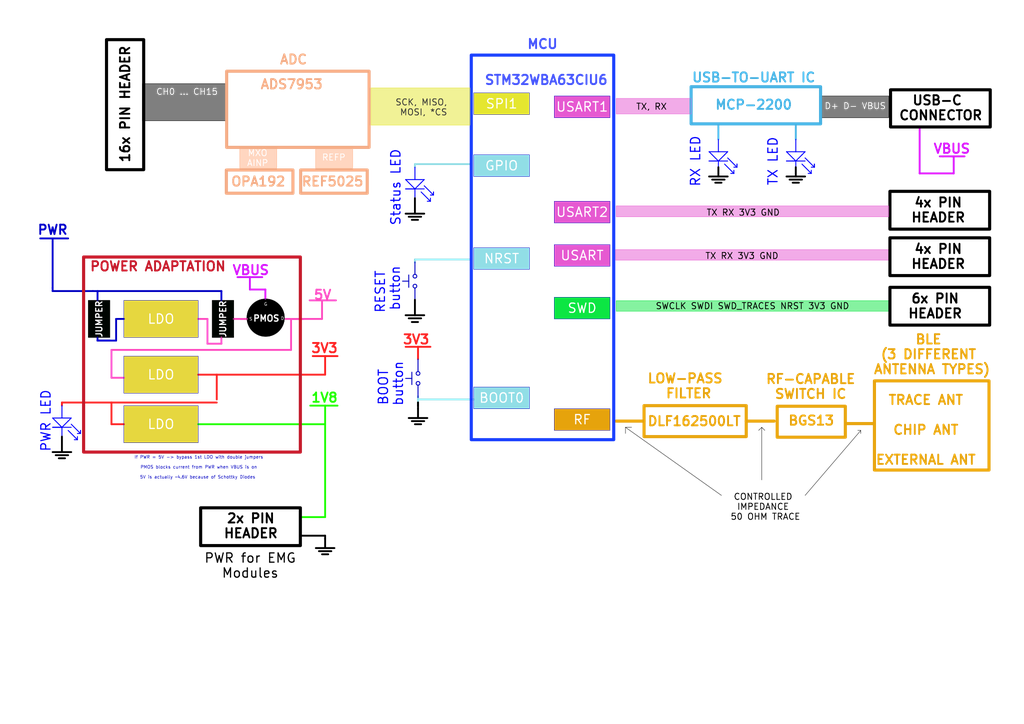
<source format=kicad_sch>
(kicad_sch
	(version 20250114)
	(generator "eeschema")
	(generator_version "9.0")
	(uuid "953b3d44-2252-4301-8968-b2704c508eaa")
	(paper "A3")
	(lib_symbols)
	(rectangle
		(start 129.413 60.706)
		(end 144.653 68.961)
		(stroke
			(width 0)
			(type solid)
			(color 255 179 139 0.54)
		)
		(fill
			(type color)
			(color 255 179 139 0.5411764706)
		)
		(uuid 05b943c5-9510-4117-8fe1-1ced92cc76a4)
	)
	(circle
		(center 170.18 113.284)
		(radius 0.762)
		(stroke
			(width 0.381)
			(type default)
		)
		(fill
			(type none)
		)
		(uuid 0bed48fd-2ef4-4d8a-9ac3-55b6a46954f9)
	)
	(rectangle
		(start 252.476 102.362)
		(end 364.49 106.68)
		(stroke
			(width 0)
			(type solid)
			(color 230 89 209 0.5)
		)
		(fill
			(type color)
			(color 230 89 209 0.5019607843)
		)
		(uuid 11589ab3-5a6c-4094-9ef7-7bb2bd079a1a)
	)
	(rectangle
		(start 252.73 40.386)
		(end 283.464 46.736)
		(stroke
			(width 0)
			(type solid)
			(color 230 89 209 0.5)
		)
		(fill
			(type color)
			(color 230 89 209 0.5019607843)
		)
		(uuid 18180488-d80e-4e30-a222-b1220dc130b0)
	)
	(rectangle
		(start 252.73 84.455)
		(end 364.49 88.9)
		(stroke
			(width 0)
			(type solid)
			(color 230 89 209 0.5)
		)
		(fill
			(type color)
			(color 230 89 209 0.5019607843)
		)
		(uuid 1c884e80-377c-409b-b93b-13e066c0f932)
	)
	(rectangle
		(start 364.998 117.856)
		(end 405.892 133.35)
		(stroke
			(width 1.27)
			(type solid)
			(color 0 0 0 1)
		)
		(fill
			(type none)
		)
		(uuid 1cf68674-8b41-4824-8b3a-15d4ab6c5f69)
	)
	(circle
		(center 171.45 153.162)
		(radius 0.762)
		(stroke
			(width 0.381)
			(type default)
		)
		(fill
			(type none)
		)
		(uuid 2936f663-8840-43b4-b4ac-d2ebeb0a0335)
	)
	(rectangle
		(start 58.42 34.29)
		(end 92.71 49.53)
		(stroke
			(width 0)
			(type solid)
			(color 0 0 0 0.5)
		)
		(fill
			(type color)
			(color 0 0 0 0.5)
		)
		(uuid 3a707abb-e75e-44c4-b226-8e078a6c5d34)
	)
	(rectangle
		(start 364.998 97.536)
		(end 405.892 113.03)
		(stroke
			(width 1.27)
			(type solid)
			(color 0 0 0 1)
		)
		(fill
			(type none)
		)
		(uuid 3bc726ee-d974-4af3-9f4a-1ae3d3c326ad)
	)
	(rectangle
		(start 34.29 105.41)
		(end 123.19 185.42)
		(stroke
			(width 1.27)
			(type solid)
			(color 194 22 39 1)
		)
		(fill
			(type none)
		)
		(uuid 449d8549-4773-4da4-a547-c1dae72a3d31)
	)
	(rectangle
		(start 252.73 123.317)
		(end 364.49 127.635)
		(stroke
			(width 0)
			(type solid)
			(color 12 230 67 0.5)
		)
		(fill
			(type color)
			(color 12 230 67 0.5)
		)
		(uuid 45bf786d-c5fa-4070-b66a-bb25cdd4d3f3)
	)
	(rectangle
		(start 82.296 208.28)
		(end 123.19 223.774)
		(stroke
			(width 1.27)
			(type solid)
			(color 0 0 0 1)
		)
		(fill
			(type none)
		)
		(uuid 53a7e831-0192-4425-a377-7c30f2ec5614)
	)
	(rectangle
		(start 92.837 69.723)
		(end 120.142 79.248)
		(stroke
			(width 1.27)
			(type solid)
			(color 242 170 132 1)
		)
		(fill
			(type none)
		)
		(uuid 544c9a3a-b31d-432b-88f1-3f776f035721)
	)
	(rectangle
		(start 193.294 22.606)
		(end 251.714 180.34)
		(stroke
			(width 1.27)
			(type solid)
			(color 21 59 255 1)
		)
		(fill
			(type none)
		)
		(uuid 6eb85485-3be5-498c-9db1-d5b0dad500f7)
	)
	(rectangle
		(start 364.998 78.486)
		(end 405.892 93.98)
		(stroke
			(width 1.27)
			(type solid)
			(color 0 0 0 1)
		)
		(fill
			(type none)
		)
		(uuid 721ac770-c4b3-4292-8927-222b3059ace4)
	)
	(circle
		(center 108.966 130.302)
		(radius 7.7251)
		(stroke
			(width 0)
			(type solid)
			(color 0 0 0 1)
		)
		(fill
			(type color)
			(color 0 0 0 1)
		)
		(uuid 72f3c6c7-ebdd-439f-af23-23c3604a4a45)
	)
	(rectangle
		(start 98.298 60.706)
		(end 113.538 68.961)
		(stroke
			(width 0)
			(type solid)
			(color 255 179 139 0.54)
		)
		(fill
			(type color)
			(color 255 179 139 0.5411764706)
		)
		(uuid 7d2c5759-1527-409d-a703-21a97bc80fb8)
	)
	(rectangle
		(start 336.804 39.37)
		(end 364.49 48.26)
		(stroke
			(width 0)
			(type solid)
			(color 0 0 0 0.5)
		)
		(fill
			(type color)
			(color 0 0 0 0.5)
		)
		(uuid 8f54796f-2dbc-4d47-a50d-b1a808994599)
	)
	(rectangle
		(start 264.16 166.37)
		(end 306.07 179.07)
		(stroke
			(width 1.27)
			(type solid)
			(color 230 163 12 1)
		)
		(fill
			(type none)
		)
		(uuid a41e0487-5d24-4a84-b5c4-9fc730a40b09)
	)
	(rectangle
		(start 152.146 36.068)
		(end 192.786 51.308)
		(stroke
			(width 0)
			(type solid)
			(color 229 230 47 0.5019607843)
		)
		(fill
			(type color)
			(color 229 230 47 0.5)
		)
		(uuid ad1e0854-792b-4512-8a85-bc46d2f4df63)
	)
	(rectangle
		(start 365.252 36.83)
		(end 406.146 52.07)
		(stroke
			(width 1.27)
			(type solid)
			(color 0 0 0 1)
		)
		(fill
			(type none)
		)
		(uuid b706ad93-8cac-460e-8bed-5afb17aa26f4)
	)
	(rectangle
		(start 92.964 29.21)
		(end 151.384 60.452)
		(stroke
			(width 1.27)
			(type solid)
			(color 242 170 132 1)
		)
		(fill
			(type none)
		)
		(uuid bb34c992-293e-4dd9-845a-6b5a82a072b6)
	)
	(rectangle
		(start 318.77 166.624)
		(end 346.71 179.324)
		(stroke
			(width 1.27)
			(type solid)
			(color 230 163 12 1)
		)
		(fill
			(type none)
		)
		(uuid c71076d8-2a04-4882-b851-5f693ec85f64)
	)
	(rectangle
		(start 123.317 69.723)
		(end 150.622 79.248)
		(stroke
			(width 1.27)
			(type solid)
			(color 242 170 132 1)
		)
		(fill
			(type none)
		)
		(uuid d316608d-dabc-4b1d-809c-bd4eea605bfe)
	)
	(rectangle
		(start 43.688 16.256)
		(end 58.928 69.596)
		(stroke
			(width 1.27)
			(type solid)
			(color 0 0 0 1)
		)
		(fill
			(type none)
		)
		(uuid e0879c11-89b7-471e-8288-e05ee8b90a7c)
	)
	(rectangle
		(start 358.648 156.21)
		(end 405.638 192.786)
		(stroke
			(width 1.27)
			(type solid)
			(color 230 163 12 1)
		)
		(fill
			(type none)
		)
		(uuid e2b15a3e-1e77-42e5-b2cd-396886fcdcf5)
	)
	(rectangle
		(start 283.464 35.56)
		(end 336.55 50.8)
		(stroke
			(width 1.27)
			(type solid)
			(color 70 177 225 1)
		)
		(fill
			(type none)
		)
		(uuid e3b2ed2e-d405-45f5-8024-5e18bc7667fc)
	)
	(circle
		(center 171.45 157.226)
		(radius 0.762)
		(stroke
			(width 0.381)
			(type default)
		)
		(fill
			(type none)
		)
		(uuid e5081ff9-e95c-4f36-b852-0e168dd7b370)
	)
	(circle
		(center 170.18 117.348)
		(radius 0.762)
		(stroke
			(width 0.381)
			(type default)
		)
		(fill
			(type none)
		)
		(uuid fef7a281-3d59-4b5a-884c-20e3830db565)
	)
	(text "POWER ADAPTATION"
		(exclude_from_sim no)
		(at 64.77 109.474 0)
		(effects
			(font
				(size 3.81 3.81)
				(thickness 0.762)
				(bold yes)
				(color 194 22 39 1)
			)
		)
		(uuid "0a831ec7-86da-40ec-9758-d2011ba59a4f")
	)
	(text "6x PIN\nHEADER"
		(exclude_from_sim no)
		(at 383.54 125.73 0)
		(effects
			(font
				(size 3.81 3.81)
				(thickness 0.762)
				(bold yes)
				(color 0 0 0 1)
			)
		)
		(uuid "0f9cd14e-e3c1-42b5-944e-c7b927cfa1f6")
	)
	(text "D"
		(exclude_from_sim no)
		(at 115.824 130.81 0)
		(effects
			(font
				(size 1.27 1.27)
				(color 255 255 255 1)
			)
		)
		(uuid "10e6831b-9c64-49b7-80b3-c9803e020f06")
	)
	(text "BGS13"
		(exclude_from_sim no)
		(at 332.74 172.72 0)
		(effects
			(font
				(size 3.81 3.81)
				(thickness 0.762)
				(bold yes)
				(color 230 163 12 1)
			)
		)
		(uuid "12763933-e351-47a2-ae7a-515f836578dd")
	)
	(text "2x PIN\nHEADER"
		(exclude_from_sim no)
		(at 102.87 215.9 0)
		(effects
			(font
				(size 3.81 3.81)
				(thickness 0.762)
				(bold yes)
				(color 0 0 0 1)
			)
		)
		(uuid "13c7f085-d93d-44f2-a235-599b03a12ecb")
	)
	(text "MCP-2200"
		(exclude_from_sim no)
		(at 309.118 43.18 0)
		(effects
			(font
				(size 3.81 3.81)
				(thickness 0.762)
				(bold yes)
				(color 70 177 225 1)
			)
		)
		(uuid "1868b456-6d31-41cf-855c-709894f49fb5")
	)
	(text "1V8"
		(exclude_from_sim no)
		(at 133.096 163.322 0)
		(effects
			(font
				(size 3.81 3.81)
				(thickness 0.762)
				(bold yes)
				(color 27 255 0 1)
			)
		)
		(uuid "26afaebb-fba1-4a3f-9a3b-1f3044d3bb26")
	)
	(text "3V3"
		(exclude_from_sim no)
		(at 133.096 143.002 0)
		(effects
			(font
				(size 3.81 3.81)
				(thickness 0.762)
				(bold yes)
				(color 255 30 30 1)
			)
		)
		(uuid "2a651529-d3c9-4aae-8047-93f32c9c5189")
	)
	(text "MXO\nAINP"
		(exclude_from_sim no)
		(at 105.664 65.024 0)
		(effects
			(font
				(size 2.54 2.54)
				(thickness 0.3175)
				(color 255 255 255 1)
			)
		)
		(uuid "2b7b281d-7883-43fc-a21f-ebc86125b484")
	)
	(text "CH0 ... CH15"
		(exclude_from_sim no)
		(at 76.708 37.846 0)
		(effects
			(font
				(size 2.54 2.54)
				(thickness 0.3175)
				(color 255 255 255 1)
			)
		)
		(uuid "2bab32f6-5bb9-464a-94bd-03a57a300834")
	)
	(text "PWR LED"
		(exclude_from_sim no)
		(at 18.796 172.72 90)
		(effects
			(font
				(size 3.81 3.81)
				(thickness 0.4763)
				(color 2 0 255 1)
			)
		)
		(uuid "370043d5-59d6-459f-a122-e4b8edcdd72e")
	)
	(text "3V3"
		(exclude_from_sim no)
		(at 170.688 139.446 0)
		(effects
			(font
				(size 3.81 3.81)
				(thickness 0.762)
				(bold yes)
				(color 255 30 30 1)
			)
		)
		(uuid "38dae513-a774-4014-b537-9bf8533dceab")
	)
	(text "4x PIN\nHEADER"
		(exclude_from_sim no)
		(at 384.81 86.36 0)
		(effects
			(font
				(size 3.81 3.81)
				(thickness 0.762)
				(bold yes)
				(color 0 0 0 1)
			)
		)
		(uuid "3e6fe899-bf87-41ff-a011-2fa15616daec")
	)
	(text "CONTROLLED \nIMPEDANCE \n50 OHM TRACE"
		(exclude_from_sim no)
		(at 313.944 208.026 0)
		(effects
			(font
				(size 2.54 2.54)
				(thickness 0.3175)
				(color 0 0 0 1)
			)
		)
		(uuid "4029efd1-fc5f-4af7-a035-5ad2278bdb10")
	)
	(text "USB-C \nCONNECTOR"
		(exclude_from_sim no)
		(at 385.826 44.45 0)
		(effects
			(font
				(size 3.81 3.81)
				(thickness 0.762)
				(bold yes)
				(color 0 0 0 1)
			)
		)
		(uuid "415dcb8d-934c-4d1f-af4a-27b3680ea0fb")
	)
	(text "TX RX 3V3 GND"
		(exclude_from_sim no)
		(at 304.292 105.156 0)
		(effects
			(font
				(size 2.54 2.54)
				(thickness 0.3175)
				(color 0 0 0 1)
			)
		)
		(uuid "4e4d7316-26db-4ce5-8220-2b715bd9f0e7")
	)
	(text "G"
		(exclude_from_sim no)
		(at 108.966 124.968 0)
		(effects
			(font
				(size 1.27 1.27)
				(color 255 255 255 1)
			)
		)
		(uuid "51538545-b7ed-4816-ac3c-5f3cc7f284d6")
	)
	(text "S"
		(exclude_from_sim no)
		(at 102.87 131.064 0)
		(effects
			(font
				(size 1.27 1.27)
				(color 255 255 255 1)
			)
		)
		(uuid "51ed2469-bdf0-4f56-aa45-0af5b38a4179")
	)
	(text "RESET \nbutton"
		(exclude_from_sim no)
		(at 159.004 118.364 90)
		(effects
			(font
				(size 3.81 3.81)
				(thickness 0.4763)
				(color 2 0 255 1)
			)
		)
		(uuid "54ba92f7-6fdd-4cfa-9be8-b7bbc37633ac")
	)
	(text "PWR for EMG\nModules"
		(exclude_from_sim no)
		(at 102.616 232.156 0)
		(effects
			(font
				(size 3.81 3.81)
				(thickness 0.4763)
				(color 0 0 0 1)
			)
		)
		(uuid "5c54cd01-7b8d-4e28-88d5-9b5cca8e6653")
	)
	(text "16x PIN HEADER"
		(exclude_from_sim no)
		(at 51.308 42.926 90)
		(effects
			(font
				(size 3.81 3.81)
				(thickness 0.762)
				(bold yes)
				(color 0 0 0 1)
			)
		)
		(uuid "6244d4c7-07a7-4d4f-a1b9-dd001a22e0f7")
	)
	(text "PWR"
		(exclude_from_sim no)
		(at 21.59 94.488 0)
		(effects
			(font
				(size 3.81 3.81)
				(thickness 0.762)
				(bold yes)
			)
		)
		(uuid "65ed17ba-6f5d-4a65-8027-81018bb31302")
	)
	(text "SCK, MISO, \nMOSI, *CS"
		(exclude_from_sim no)
		(at 173.736 44.196 0)
		(effects
			(font
				(size 2.54 2.54)
				(thickness 0.3175)
				(color 55 55 55 1)
			)
		)
		(uuid "6834193e-bdc4-4d5f-b681-de62225aff13")
	)
	(text "TX LED"
		(exclude_from_sim no)
		(at 316.992 66.294 90)
		(effects
			(font
				(size 3.81 3.81)
				(thickness 0.4763)
				(color 2 0 255 1)
			)
		)
		(uuid "6b97f834-ff18-47c5-99b1-9af07672e9b3")
	)
	(text "REF5025"
		(exclude_from_sim no)
		(at 136.398 74.676 0)
		(effects
			(font
				(size 3.81 3.81)
				(thickness 0.762)
				(bold yes)
				(color 242 170 132 1)
			)
		)
		(uuid "74719943-2e97-4a4a-9728-3a6f31e7de56")
	)
	(text "BLE \n(3 DIFFERENT \nANTENNA TYPES)"
		(exclude_from_sim no)
		(at 382.27 145.542 0)
		(effects
			(font
				(size 3.81 3.81)
				(thickness 0.762)
				(bold yes)
				(color 230 163 12 1)
			)
		)
		(uuid "82b59635-c317-48a2-936f-d45261e6a347")
	)
	(text "RX LED"
		(exclude_from_sim no)
		(at 285.242 66.294 90)
		(effects
			(font
				(size 3.81 3.81)
				(thickness 0.4763)
				(color 2 0 255 1)
			)
		)
		(uuid "892c71e0-3cd7-4b94-88c3-f6cefaa236cd")
	)
	(text "SWCLK SWDI SWD_TRACES NRST 3V3 GND"
		(exclude_from_sim no)
		(at 308.61 125.73 0)
		(effects
			(font
				(size 2.54 2.54)
				(thickness 0.3175)
				(color 0 0 0 1)
			)
		)
		(uuid "8f48d81b-9d0b-4b57-82f5-7d6d65a3f98d")
	)
	(text "DLF162500LT"
		(exclude_from_sim no)
		(at 284.734 172.974 0)
		(effects
			(font
				(size 3.81 3.81)
				(thickness 0.762)
				(bold yes)
				(color 230 163 12 1)
			)
		)
		(uuid "917572fd-ed18-4d68-ba27-54aacbd043ff")
	)
	(text "PMOS"
		(exclude_from_sim no)
		(at 109.22 130.81 0)
		(effects
			(font
				(size 2.54 2.54)
				(thickness 0.508)
				(bold yes)
				(color 255 255 255 1)
			)
		)
		(uuid "95b579e3-fcbc-4834-a6a8-ffa86d856348")
	)
	(text "OPA192"
		(exclude_from_sim no)
		(at 105.918 74.676 0)
		(effects
			(font
				(size 3.81 3.81)
				(thickness 0.762)
				(bold yes)
				(color 242 170 132 1)
			)
		)
		(uuid "9c42b9ce-6373-4123-909a-ae0ca18d8137")
	)
	(text "MCU"
		(exclude_from_sim no)
		(at 222.504 18.288 0)
		(effects
			(font
				(size 3.81 3.81)
				(thickness 0.762)
				(bold yes)
				(color 67 83 255 1)
			)
		)
		(uuid "a56d7e91-449d-427d-888a-ae830bf461e2")
	)
	(text "RF-CAPABLE\nSWITCH IC"
		(exclude_from_sim no)
		(at 332.486 158.75 0)
		(effects
			(font
				(size 3.81 3.81)
				(thickness 0.762)
				(bold yes)
				(color 230 163 12 1)
			)
		)
		(uuid "ad17d412-9405-4302-80d5-26458321af46")
	)
	(text "TRACE ANT\n\nCHIP ANT\n\nEXTERNAL ANT"
		(exclude_from_sim no)
		(at 379.73 176.53 0)
		(effects
			(font
				(size 3.81 3.81)
				(thickness 0.762)
				(bold yes)
				(color 230 163 12 1)
			)
		)
		(uuid "b3ea73a6-b280-4f03-a2d8-41438e12585a")
	)
	(text "USB-TO-UART IC"
		(exclude_from_sim no)
		(at 309.118 32.004 0)
		(effects
			(font
				(size 3.81 3.81)
				(thickness 0.762)
				(bold yes)
				(color 70 177 225 1)
			)
		)
		(uuid "b71795db-12d5-409f-a23b-80e7951f6cc7")
	)
	(text "4x PIN\nHEADER"
		(exclude_from_sim no)
		(at 384.81 105.41 0)
		(effects
			(font
				(size 3.81 3.81)
				(thickness 0.762)
				(bold yes)
				(color 0 0 0 1)
			)
		)
		(uuid "bc4f8872-9b82-46ce-b977-496db33d80b0")
	)
	(text "TX RX 3V3 GND"
		(exclude_from_sim no)
		(at 304.8 87.376 0)
		(effects
			(font
				(size 2.54 2.54)
				(thickness 0.3175)
				(color 0 0 0 1)
			)
		)
		(uuid "bd7ddfb7-69ff-4c18-99f8-8c9167b55fda")
	)
	(text "VBUS"
		(exclude_from_sim no)
		(at 102.87 110.998 0)
		(effects
			(font
				(size 3.81 3.81)
				(thickness 0.762)
				(bold yes)
				(color 212 20 255 1)
			)
		)
		(uuid "bdfb5e7f-f0d3-4264-94c3-ca04cfe5c75a")
	)
	(text "TX, RX"
		(exclude_from_sim no)
		(at 267.208 43.942 0)
		(effects
			(font
				(size 2.54 2.54)
				(thickness 0.3175)
				(color 0 0 0 1)
			)
		)
		(uuid "bfe31c3d-af58-419e-b3fc-3b13c60a1553")
	)
	(text "BOOT \nbutton"
		(exclude_from_sim no)
		(at 160.274 157.48 90)
		(effects
			(font
				(size 3.81 3.81)
				(thickness 0.4763)
				(color 2 0 255 1)
			)
		)
		(uuid "c3f99ae0-7be6-4a69-a4fe-0c880be3d4b5")
	)
	(text "5V"
		(exclude_from_sim no)
		(at 132.334 121.158 0)
		(effects
			(font
				(size 3.81 3.81)
				(thickness 0.762)
				(bold yes)
				(color 255 74 192 1)
			)
		)
		(uuid "ceb571f7-0efb-4441-8070-0c7d95c6b19c")
	)
	(text "D+ D- VBUS"
		(exclude_from_sim no)
		(at 350.774 43.688 0)
		(effects
			(font
				(size 2.54 2.54)
				(thickness 0.3175)
				(color 255 255 255 1)
			)
		)
		(uuid "d9ac16ab-d72c-452b-a5f2-b6616dca6ec3")
	)
	(text "ADC"
		(exclude_from_sim no)
		(at 120.396 24.638 0)
		(effects
			(font
				(size 3.81 3.81)
				(thickness 0.762)
				(bold yes)
				(color 242 170 132 1)
			)
		)
		(uuid "e0a9aace-4320-4d82-a00f-d1a559b9ea9e")
	)
	(text "VBUS"
		(exclude_from_sim no)
		(at 390.398 61.214 0)
		(effects
			(font
				(size 3.81 3.81)
				(thickness 0.762)
				(bold yes)
				(color 212 20 255 1)
			)
		)
		(uuid "e2809aa6-c6d1-4a50-b969-69b6f1086e27")
	)
	(text "STM32WBA63CIU6"
		(exclude_from_sim no)
		(at 224.028 33.02 0)
		(effects
			(font
				(size 3.81 3.81)
				(thickness 0.762)
				(bold yes)
				(color 67 83 255 1)
			)
		)
		(uuid "e2aa7ab9-ea17-40a2-b03b-22bf0ebcf3af")
	)
	(text "LOW-PASS \nFILTER"
		(exclude_from_sim no)
		(at 282.448 158.496 0)
		(effects
			(font
				(size 3.81 3.81)
				(thickness 0.762)
				(bold yes)
				(color 230 163 12 1)
			)
		)
		(uuid "e83031ab-d7dc-4c26-86d9-1db5d878cbde")
	)
	(text "REFP"
		(exclude_from_sim no)
		(at 136.906 64.77 0)
		(effects
			(font
				(size 2.54 2.54)
				(thickness 0.3175)
				(color 255 255 255 1)
			)
		)
		(uuid "e940ef94-c260-4c5d-8d16-fe526bcfc9a0")
	)
	(text "Status LED"
		(exclude_from_sim no)
		(at 162.306 76.962 90)
		(effects
			(font
				(size 3.81 3.81)
				(thickness 0.4763)
				(color 2 0 255 1)
			)
		)
		(uuid "f2d1a0b3-a588-4e50-94f2-8a1e3815856c")
	)
	(text "ADS7953"
		(exclude_from_sim no)
		(at 119.634 34.798 0)
		(effects
			(font
				(size 3.81 3.81)
				(thickness 0.762)
				(bold yes)
				(color 242 170 132 1)
			)
		)
		(uuid "f69d30d4-00c4-4172-a2cb-6d8b7e2575e0")
	)
	(text "If PWR = 5V -> bypass 1st LDO with double jumpers\n\nPMOS blocks current from PWR when VBUS is on\n\n5V is actually ~4.6V because of Schottky Diodes "
		(exclude_from_sim no)
		(at 81.534 191.77 0)
		(effects
			(font
				(size 1.27 1.27)
			)
		)
		(uuid "fe2d23dc-ae23-404c-89a8-ae7f0a163f90")
	)
	(text_box "SWD"
		(exclude_from_sim no)
		(at 227.33 121.92 0)
		(size 22.86 8.89)
		(margins 0.9525 0.9525 0.9525 0.9525)
		(stroke
			(width 0)
			(type solid)
		)
		(fill
			(type color)
			(color 12 230 67 1)
		)
		(effects
			(font
				(size 3.81 3.81)
				(thickness 0.4763)
				(color 255 255 255 1)
			)
		)
		(uuid "2f34631c-003a-4524-8b58-5af522d85ee0")
	)
	(text_box "LDO"
		(exclude_from_sim no)
		(at 50.8 146.05 0)
		(size 30.48 15.24)
		(margins 0.9525 0.9525 0.9525 0.9525)
		(stroke
			(width 0)
			(type solid)
		)
		(fill
			(type color)
			(color 230 215 63 1)
		)
		(effects
			(font
				(size 3.81 3.81)
				(thickness 0.4763)
				(color 255 255 255 1)
			)
		)
		(uuid "5c588287-58da-4afc-84ab-126afc7075bf")
	)
	(text_box "RF"
		(exclude_from_sim no)
		(at 227.33 167.64 0)
		(size 22.86 8.89)
		(margins 0.9525 0.9525 0.9525 0.9525)
		(stroke
			(width 0)
			(type solid)
		)
		(fill
			(type color)
			(color 230 163 12 1)
		)
		(effects
			(font
				(size 3.81 3.81)
				(thickness 0.4763)
				(color 255 255 255 1)
			)
		)
		(uuid "600826f9-9194-40e5-ba5c-2903321fe76e")
	)
	(text_box "LDO"
		(exclude_from_sim no)
		(at 50.8 123.19 0)
		(size 30.48 15.24)
		(margins 0.9525 0.9525 0.9525 0.9525)
		(stroke
			(width 0)
			(type solid)
		)
		(fill
			(type color)
			(color 230 215 63 1)
		)
		(effects
			(font
				(size 3.81 3.81)
				(thickness 0.4763)
				(color 255 255 255 1)
			)
		)
		(uuid "66d56af7-84b7-491c-a578-6a68ade7833d")
	)
	(text_box "SPI1"
		(exclude_from_sim no)
		(at 194.31 38.1 0)
		(size 22.86 8.89)
		(margins 0.9525 0.9525 0.9525 0.9525)
		(stroke
			(width 0)
			(type solid)
		)
		(fill
			(type color)
			(color 229 230 47 1)
		)
		(effects
			(font
				(size 3.81 3.81)
				(thickness 0.4763)
				(color 255 255 255 1)
			)
		)
		(uuid "6a085e96-29ea-4179-a75c-bd0bd80d1268")
	)
	(text_box "USART2"
		(exclude_from_sim no)
		(at 227.33 82.55 0)
		(size 22.86 8.89)
		(margins 0.9525 0.9525 0.9525 0.9525)
		(stroke
			(width 0)
			(type solid)
		)
		(fill
			(type color)
			(color 230 89 209 1)
		)
		(effects
			(font
				(size 3.81 3.81)
				(thickness 0.4763)
				(color 255 255 255 1)
			)
		)
		(uuid "6d7167e5-54b2-40ea-8f82-9f790d88f12a")
	)
	(text_box "GPIO"
		(exclude_from_sim no)
		(at 194.31 63.5 0)
		(size 22.86 8.89)
		(margins 0.9525 0.9525 0.9525 0.9525)
		(stroke
			(width 0)
			(type solid)
		)
		(fill
			(type color)
			(color 145 222 230 1)
		)
		(effects
			(font
				(size 3.81 3.81)
				(thickness 0.4763)
				(color 255 255 255 1)
			)
		)
		(uuid "6e74f86a-0c73-4700-b262-174974e0aac6")
	)
	(text_box "LDO"
		(exclude_from_sim no)
		(at 50.8 166.37 0)
		(size 30.48 15.24)
		(margins 0.9525 0.9525 0.9525 0.9525)
		(stroke
			(width 0)
			(type solid)
		)
		(fill
			(type color)
			(color 230 215 63 1)
		)
		(effects
			(font
				(size 3.81 3.81)
				(thickness 0.4763)
				(color 255 255 255 1)
			)
		)
		(uuid "7e56f3de-9bd1-40da-bf96-05db746fba8f")
	)
	(text_box "JUMPER"
		(exclude_from_sim no)
		(at 36.195 123.19 90)
		(size 8.89 15.24)
		(margins 0.9525 0.9525 0.9525 0.9525)
		(stroke
			(width 0)
			(type solid)
			(color 0 0 0 1)
		)
		(fill
			(type color)
			(color 0 5 1 1)
		)
		(effects
			(font
				(size 2.54 2.54)
				(thickness 0.4763)
				(color 255 255 255 1)
			)
		)
		(uuid "853cb806-7ea2-4d3d-b083-53f01e2e9eb1")
	)
	(text_box "BOOT0"
		(exclude_from_sim no)
		(at 194.31 158.75 0)
		(size 22.86 8.89)
		(margins 0.9525 0.9525 0.9525 0.9525)
		(stroke
			(width 0)
			(type solid)
		)
		(fill
			(type color)
			(color 145 222 230 1)
		)
		(effects
			(font
				(size 3.81 3.81)
				(thickness 0.4763)
				(color 255 255 255 1)
			)
		)
		(uuid "862930fa-e5b8-490c-9eb1-7848ad48b03d")
	)
	(text_box "USART1"
		(exclude_from_sim no)
		(at 227.33 39.37 0)
		(size 22.86 8.89)
		(margins 0.9525 0.9525 0.9525 0.9525)
		(stroke
			(width 0)
			(type solid)
		)
		(fill
			(type color)
			(color 230 89 209 1)
		)
		(effects
			(font
				(size 3.81 3.81)
				(thickness 0.4763)
				(color 255 255 255 1)
			)
		)
		(uuid "97c00ad2-eeeb-4f4e-a8f2-dacb7a33d92f")
	)
	(text_box "USART"
		(exclude_from_sim no)
		(at 227.33 100.33 0)
		(size 22.86 8.89)
		(margins 0.9525 0.9525 0.9525 0.9525)
		(stroke
			(width 0)
			(type solid)
		)
		(fill
			(type color)
			(color 230 89 209 1)
		)
		(effects
			(font
				(size 3.81 3.81)
				(thickness 0.4763)
				(color 255 255 255 1)
			)
		)
		(uuid "a4faf73e-41be-42c9-91bf-a8d491198bcf")
	)
	(text_box "NRST"
		(exclude_from_sim no)
		(at 194.31 101.6 0)
		(size 22.86 8.89)
		(margins 0.9525 0.9525 0.9525 0.9525)
		(stroke
			(width 0)
			(type solid)
		)
		(fill
			(type color)
			(color 145 222 230 1)
		)
		(effects
			(font
				(size 3.81 3.81)
				(thickness 0.4763)
				(color 255 255 255 1)
			)
		)
		(uuid "ab78fe6d-7285-4b2a-9bb1-d9ac720de9f7")
	)
	(text_box "JUMPER"
		(exclude_from_sim no)
		(at 86.995 123.19 90)
		(size 8.89 15.24)
		(margins 0.9525 0.9525 0.9525 0.9525)
		(stroke
			(width 0)
			(type solid)
			(color 0 0 0 1)
		)
		(fill
			(type color)
			(color 0 5 1 1)
		)
		(effects
			(font
				(size 2.54 2.54)
				(thickness 0.4763)
				(color 255 255 255 1)
			)
		)
		(uuid "b72f2208-97eb-41e4-9544-6c93811111bd")
	)
	(polyline
		(pts
			(xy 40.005 139.7) (xy 47.625 139.7)
		)
		(stroke
			(width 0.762)
			(type solid)
		)
		(uuid "0268d285-03bf-4bae-93c9-83532e7dbde9")
	)
	(polyline
		(pts
			(xy 166.37 142.24) (xy 176.53 142.24)
		)
		(stroke
			(width 0.762)
			(type default)
			(color 255 30 30 1)
		)
		(uuid "033a2090-28bf-4df7-a910-b56ce1bc640a")
	)
	(polyline
		(pts
			(xy 128.27 146.05) (xy 138.43 146.05)
		)
		(stroke
			(width 0.762)
			(type default)
			(color 255 30 30 1)
		)
		(uuid "073c9d14-ff35-40ff-a895-1677cd04c6d5")
	)
	(polyline
		(pts
			(xy 27.94 172.72) (xy 29.21 171.45)
		)
		(stroke
			(width 0.381)
			(type solid)
			(color 2 0 255 1)
		)
		(uuid "07b8ef34-ded8-4a60-832a-5466c3fcbb07")
	)
	(polyline
		(pts
			(xy 167.64 117.856) (xy 167.64 112.776)
		)
		(stroke
			(width 0.381)
			(type default)
		)
		(uuid "080b5e8b-d498-43f9-9723-8a992b324244")
	)
	(polyline
		(pts
			(xy 45.72 173.99) (xy 50.8 173.99)
		)
		(stroke
			(width 0.762)
			(type default)
			(color 255 30 30 1)
		)
		(uuid "0bea72a3-40bc-412a-a5da-3485eed06aaf")
	)
	(polyline
		(pts
			(xy 102.489 113.665) (xy 107.569 113.665)
		)
		(stroke
			(width 0.762)
			(type default)
			(color 212 20 255 1)
		)
		(uuid "0bf65cc3-1287-49ec-b47f-a16534571eab")
	)
	(polyline
		(pts
			(xy 21.59 171.45) (xy 25.4 171.45)
		)
		(stroke
			(width 0.381)
			(type solid)
			(color 2 0 255 1)
		)
		(uuid "0f17288f-d3d6-491e-860e-e0ebd3f01af5")
	)
	(polyline
		(pts
			(xy 326.39 62.23) (xy 330.2 62.23)
		)
		(stroke
			(width 0.381)
			(type solid)
			(color 2 0 255 1)
		)
		(uuid "0fe7eb09-aaf0-4a10-b5ed-c3d5bec6cfd3")
	)
	(polyline
		(pts
			(xy 334.01 67.31) (xy 334.01 68.58)
		)
		(stroke
			(width 0.381)
			(type solid)
			(color 2 0 255 1)
		)
		(uuid "12ec585a-f9f5-4547-b5e8-01c02d1b7c4a")
	)
	(polyline
		(pts
			(xy 127.254 166.37) (xy 138.43 166.37)
		)
		(stroke
			(width 0.762)
			(type default)
			(color 27 255 0 1)
		)
		(uuid "13210723-55e4-4301-a7f5-5eaffd7a4695")
	)
	(polyline
		(pts
			(xy 294.64 66.04) (xy 294.64 68.58)
		)
		(stroke
			(width 0.381)
			(type solid)
			(color 2 0 255 1)
		)
		(uuid "1349c7ae-ef26-4ed7-95ec-34dfaca731f5")
	)
	(polyline
		(pts
			(xy 45.72 165.1) (xy 45.72 173.99)
		)
		(stroke
			(width 0.762)
			(type default)
			(color 255 30 30 1)
		)
		(uuid "13ecac93-015b-4458-870a-6fabc3c86ace")
	)
	(polyline
		(pts
			(xy 97.409 113.665) (xy 98.679 113.665)
		)
		(stroke
			(width 0.762)
			(type default)
			(color 212 20 255 1)
		)
		(uuid "14a6e958-5381-446a-ae24-286fe2cd9b44")
	)
	(polyline
		(pts
			(xy 21.59 185.42) (xy 29.21 185.42)
		)
		(stroke
			(width 0.762)
			(type default)
			(color 0 0 0 1)
		)
		(uuid "1712f628-cc23-46b5-b8df-0b991d1426e2")
	)
	(polyline
		(pts
			(xy 175.26 82.55) (xy 176.53 82.55)
		)
		(stroke
			(width 0.381)
			(type solid)
			(color 2 0 255 1)
		)
		(uuid "17858ab0-8752-4869-be27-1daef4542634")
	)
	(polyline
		(pts
			(xy 123.19 219.71) (xy 133.35 219.71)
		)
		(stroke
			(width 0.762)
			(type default)
			(color 0 0 0 1)
		)
		(uuid "1a3e3233-0e53-44b5-9f14-bec01deb5293")
	)
	(polyline
		(pts
			(xy 90.805 138.43) (xy 90.805 140.97)
		)
		(stroke
			(width 0.762)
			(type solid)
			(color 255 74 192 1)
		)
		(uuid "1c6c010e-915b-4753-9304-3faa1551c010")
	)
	(polyline
		(pts
			(xy 170.18 112.522) (xy 170.18 107.442)
		)
		(stroke
			(width 0.381)
			(type default)
		)
		(uuid "1df8cfeb-1b18-4437-82ac-4e11043fb9aa")
	)
	(polyline
		(pts
			(xy 176.53 80.01) (xy 177.8 80.01)
		)
		(stroke
			(width 0.381)
			(type solid)
			(color 2 0 255 1)
		)
		(uuid "1ec714d2-3596-4604-bb92-10126acfaa34")
	)
	(polyline
		(pts
			(xy 170.18 173.99) (xy 172.72 173.99)
		)
		(stroke
			(width 0.762)
			(type default)
			(color 0 0 0 1)
		)
		(uuid "1f61d522-b5e2-4c44-be97-fe155d2a75f6")
	)
	(polyline
		(pts
			(xy 326.39 66.04) (xy 322.58 62.23)
		)
		(stroke
			(width 0.381)
			(type solid)
			(color 2 0 255 1)
		)
		(uuid "214ead9f-bc2d-4da9-978e-0a5988c5140b")
	)
	(polyline
		(pts
			(xy 88.9 153.67) (xy 88.9 163.83)
		)
		(stroke
			(width 0.762)
			(type default)
			(color 255 30 30 1)
		)
		(uuid "2209f07e-9eb1-4d31-8a84-da9c61aab33a")
	)
	(polyline
		(pts
			(xy 25.4 179.07) (xy 25.4 185.42)
		)
		(stroke
			(width 0.762)
			(type default)
			(color 0 0 0 1)
		)
		(uuid "226f682a-4ce8-4723-90b8-2df1ab1c8792")
	)
	(polyline
		(pts
			(xy 322.58 66.04) (xy 330.2 66.04)
		)
		(stroke
			(width 0.381)
			(type solid)
			(color 2 0 255 1)
		)
		(uuid "2965f548-8e74-4401-8765-ef6fac5a365a")
	)
	(polyline
		(pts
			(xy 170.18 77.47) (xy 172.72 74.93)
		)
		(stroke
			(width 0.381)
			(type solid)
			(color 2 0 255 1)
		)
		(uuid "2a18c7a4-cee3-4a28-8908-e96bd10ffce4")
	)
	(polyline
		(pts
			(xy 30.48 180.34) (xy 31.75 180.34)
		)
		(stroke
			(width 0.381)
			(type solid)
			(color 2 0 255 1)
		)
		(uuid "2a2ad9ed-aaec-4a65-b56b-057094bace7f")
	)
	(polyline
		(pts
			(xy 193.04 67.31) (xy 170.18 67.31)
		)
		(stroke
			(width 0.762)
			(type default)
			(color 145 222 230 1)
		)
		(uuid "2a5bbd7b-e4d0-48fd-b32e-a09b6bd7676a")
	)
	(polyline
		(pts
			(xy 22.86 186.69) (xy 27.94 186.69)
		)
		(stroke
			(width 0.762)
			(type default)
			(color 0 0 0 1)
		)
		(uuid "2b405803-6321-4331-bb1b-04ef75543422")
	)
	(polyline
		(pts
			(xy 132.08 227.33) (xy 134.62 227.33)
		)
		(stroke
			(width 0.762)
			(type default)
			(color 0 0 0 1)
		)
		(uuid "2c2badfd-7e9a-407d-a8a6-b42bd75a3c0c")
	)
	(polyline
		(pts
			(xy 353.06 176.53) (xy 353.06 177.8)
		)
		(stroke
			(width 0)
			(type default)
			(color 0 0 0 1)
		)
		(uuid "3191489d-566a-4cd5-b965-c2e4dfab3f94")
	)
	(polyline
		(pts
			(xy 300.99 69.85) (xy 300.99 71.12)
		)
		(stroke
			(width 0.381)
			(type solid)
			(color 2 0 255 1)
		)
		(uuid "31aeb45e-550a-4a60-8145-a251a7323407")
	)
	(polyline
		(pts
			(xy 294.64 68.58) (xy 294.64 72.39)
		)
		(stroke
			(width 0.762)
			(type default)
			(color 0 0 0 1)
		)
		(uuid "36233806-94ab-462d-9ab6-60c6f6be731e")
	)
	(polyline
		(pts
			(xy 171.45 163.83) (xy 194.31 163.83)
		)
		(stroke
			(width 0.762)
			(type default)
			(color 145 222 230 1)
		)
		(uuid "3640752b-70f3-41df-bae4-a04f2ace4e3c")
	)
	(polyline
		(pts
			(xy 16.51 97.79) (xy 27.94 97.79)
		)
		(stroke
			(width 0.762)
			(type solid)
		)
		(uuid "36ebabd6-7054-476c-8427-adbd981ff751")
	)
	(polyline
		(pts
			(xy 166.37 77.47) (xy 170.18 77.47)
		)
		(stroke
			(width 0.381)
			(type solid)
			(color 2 0 255 1)
		)
		(uuid "3793c4ee-ee74-44f6-9a21-fb66757a9705")
	)
	(polyline
		(pts
			(xy 323.85 73.66) (xy 328.93 73.66)
		)
		(stroke
			(width 0.762)
			(type default)
			(color 0 0 0 1)
		)
		(uuid "38d306d7-e355-4614-a23e-d5f2ab91b705")
	)
	(polyline
		(pts
			(xy 326.39 66.04) (xy 328.93 63.5)
		)
		(stroke
			(width 0.381)
			(type solid)
			(color 2 0 255 1)
		)
		(uuid "3902fd1e-afd3-4487-b92a-3ad0477b656d")
	)
	(polyline
		(pts
			(xy 25.4 175.26) (xy 21.59 171.45)
		)
		(stroke
			(width 0.381)
			(type solid)
			(color 2 0 255 1)
		)
		(uuid "393031b6-68c6-4824-909b-820bbfc2a79e")
	)
	(polyline
		(pts
			(xy 302.26 67.31) (xy 302.26 68.58)
		)
		(stroke
			(width 0.381)
			(type solid)
			(color 2 0 255 1)
		)
		(uuid "394a219d-0021-4a93-87e3-54bb95511713")
	)
	(polyline
		(pts
			(xy 256.54 175.26) (xy 295.91 203.2)
		)
		(stroke
			(width 0)
			(type default)
			(color 0 0 0 1)
		)
		(uuid "39b1fd1e-f460-4c15-bce9-be4005fcc8c8")
	)
	(polyline
		(pts
			(xy 165.1 115.316) (xy 167.64 115.316)
		)
		(stroke
			(width 0.381)
			(type default)
		)
		(uuid "3a6f3424-8852-4ce4-8196-c7142e1586d4")
	)
	(polyline
		(pts
			(xy 328.93 67.31) (xy 332.74 71.12)
		)
		(stroke
			(width 0.381)
			(type solid)
			(color 2 0 255 1)
		)
		(uuid "3bcbfa2e-cd2e-4dfe-a161-d4a9b6777382")
	)
	(polyline
		(pts
			(xy 377.19 52.07) (xy 377.19 71.12)
		)
		(stroke
			(width 0.762)
			(type default)
			(color 212 20 255 1)
		)
		(uuid "3ca2b41a-9de3-485c-bcb4-c4aa9e0967e4")
	)
	(polyline
		(pts
			(xy 256.54 175.26) (xy 259.08 175.26)
		)
		(stroke
			(width 0)
			(type default)
			(color 0 0 0 1)
		)
		(uuid "44603e8e-f781-43f7-a98f-25b632cbb2cf")
	)
	(polyline
		(pts
			(xy 33.02 176.53) (xy 33.02 177.8)
		)
		(stroke
			(width 0.381)
			(type solid)
		)
		(uuid "45a627d7-8a11-4f12-aac0-93949d108b39")
	)
	(polyline
		(pts
			(xy 25.4 165.1) (xy 25.4 166.37)
		)
		(stroke
			(width 0.762)
			(type default)
			(color 255 30 30 1)
		)
		(uuid "466fe309-0c88-4ad7-be34-5476ca07838e")
	)
	(polyline
		(pts
			(xy 377.19 71.12) (xy 391.16 71.12)
		)
		(stroke
			(width 0.762)
			(type default)
			(color 212 20 255 1)
		)
		(uuid "47fc32d8-29e1-49f8-9de0-1c95694d8ad1")
	)
	(polyline
		(pts
			(xy 171.45 162.56) (xy 171.45 163.83)
		)
		(stroke
			(width 0.762)
			(type default)
			(color 145 222 230 1)
		)
		(uuid "4b423618-0c4c-4820-9752-406eb2c52a13")
	)
	(polyline
		(pts
			(xy 120.015 130.81) (xy 124.46 130.81)
		)
		(stroke
			(width 0.762)
			(type solid)
			(color 255 74 192 1)
		)
		(uuid "4b49d1a2-5a1e-4db1-ad35-6d4852479312")
	)
	(polyline
		(pts
			(xy 331.47 71.12) (xy 332.74 71.12)
		)
		(stroke
			(width 0.381)
			(type solid)
			(color 2 0 255 1)
		)
		(uuid "4d742bfe-b45f-45cf-89b8-dee397b4b616")
	)
	(polyline
		(pts
			(xy 294.64 50.8) (xy 294.64 57.15)
		)
		(stroke
			(width 0.762)
			(type default)
			(color 70 177 225 1)
		)
		(uuid "4e4276a6-d991-44e7-ad04-b4daa893457c")
	)
	(polyline
		(pts
			(xy 173.99 76.2) (xy 177.8 80.01)
		)
		(stroke
			(width 0.381)
			(type solid)
			(color 2 0 255 1)
		)
		(uuid "4e4dc86c-0d54-490b-b1c1-85e6305c371a")
	)
	(polyline
		(pts
			(xy 171.45 165.1) (xy 171.45 166.37)
		)
		(stroke
			(width 0.762)
			(type default)
			(color 0 0 0 1)
		)
		(uuid "4ee19512-a053-4859-8578-a02ad0457127")
	)
	(polyline
		(pts
			(xy 168.91 90.17) (xy 171.45 90.17)
		)
		(stroke
			(width 0.762)
			(type default)
			(color 0 0 0 1)
		)
		(uuid "4ffa1979-cdde-4db3-8bcb-17c9b9dc5431")
	)
	(polyline
		(pts
			(xy 167.64 130.556) (xy 172.72 130.556)
		)
		(stroke
			(width 0.762)
			(type default)
			(color 0 0 0 1)
		)
		(uuid "515f9589-327d-47fc-820b-4ffb81f005f0")
	)
	(polyline
		(pts
			(xy 108.839 118.745) (xy 108.839 122.555)
		)
		(stroke
			(width 0.762)
			(type default)
			(color 212 20 255 1)
		)
		(uuid "51cd571a-cca0-432d-b475-22e1c8cde325")
	)
	(polyline
		(pts
			(xy 326.39 50.8) (xy 326.39 57.15)
		)
		(stroke
			(width 0.762)
			(type default)
			(color 70 177 225 1)
		)
		(uuid "533082f3-eab2-4417-b5dd-df4c5bdaa9b7")
	)
	(polyline
		(pts
			(xy 290.83 72.39) (xy 298.45 72.39)
		)
		(stroke
			(width 0.762)
			(type default)
			(color 0 0 0 1)
		)
		(uuid "56d709b4-12dc-4640-83a8-fefef241e4fc")
	)
	(polyline
		(pts
			(xy 170.18 77.47) (xy 166.37 73.66)
		)
		(stroke
			(width 0.381)
			(type solid)
			(color 2 0 255 1)
		)
		(uuid "5706492f-6337-4abd-beff-436c5e8c7abe")
	)
	(polyline
		(pts
			(xy 47.625 139.7) (xy 47.625 130.81)
		)
		(stroke
			(width 0.762)
			(type solid)
		)
		(uuid "573af4b8-274e-4a16-8c09-a2f3aa67c0a6")
	)
	(polyline
		(pts
			(xy 133.35 173.99) (xy 133.35 166.37)
		)
		(stroke
			(width 0.762)
			(type default)
			(color 27 255 0 1)
		)
		(uuid "5821cddb-875b-45b4-9f27-2f295c27a1f9")
	)
	(polyline
		(pts
			(xy 177.8 78.74) (xy 177.8 80.01)
		)
		(stroke
			(width 0.381)
			(type solid)
		)
		(uuid "58c6cd80-22b1-41fb-a460-58a08a6fdb64")
	)
	(polyline
		(pts
			(xy 170.18 106.426) (xy 170.18 107.696)
		)
		(stroke
			(width 0.762)
			(type default)
			(color 145 222 230 1)
		)
		(uuid "5a6d1dc9-b37f-46ba-80ad-0c80bdc9067d")
	)
	(polyline
		(pts
			(xy 298.45 64.77) (xy 302.26 68.58)
		)
		(stroke
			(width 0.381)
			(type solid)
			(color 2 0 255 1)
		)
		(uuid "5aa8ad9a-4dc4-4f30-b33f-9cf49b1edebb")
	)
	(polyline
		(pts
			(xy 25.4 175.26) (xy 25.4 179.07)
		)
		(stroke
			(width 0.381)
			(type solid)
			(color 2 0 255 1)
		)
		(uuid "5acc6629-b08e-4536-b054-75a6a7f5387c")
	)
	(polyline
		(pts
			(xy 133.35 219.71) (xy 133.35 220.98)
		)
		(stroke
			(width 0.762)
			(type default)
			(color 0 0 0 1)
		)
		(uuid "5f3dc8e2-4760-4fcd-92a6-71e3be85d003")
	)
	(polyline
		(pts
			(xy 391.16 71.12) (xy 391.16 64.135)
		)
		(stroke
			(width 0.762)
			(type default)
			(color 212 20 255 1)
		)
		(uuid "604d6e98-4829-4271-9400-5cf3e7396581")
	)
	(polyline
		(pts
			(xy 332.74 68.58) (xy 334.01 68.58)
		)
		(stroke
			(width 0.381)
			(type solid)
			(color 2 0 255 1)
		)
		(uuid "613595ec-8820-487c-b603-578edaee2d51")
	)
	(polyline
		(pts
			(xy 332.74 69.85) (xy 332.74 71.12)
		)
		(stroke
			(width 0.381)
			(type solid)
			(color 2 0 255 1)
		)
		(uuid "62a75e4c-ae61-4a69-b7a7-dc954ccae588")
	)
	(polyline
		(pts
			(xy 98.679 130.81) (xy 101.219 130.81)
		)
		(stroke
			(width 0.762)
			(type solid)
			(color 255 74 192 1)
		)
		(uuid "66b81414-950b-4b72-9144-bbdf6c68303d")
	)
	(polyline
		(pts
			(xy 171.45 147.32) (xy 171.45 142.24)
		)
		(stroke
			(width 0.762)
			(type default)
			(color 255 30 30 1)
		)
		(uuid "66dd000a-27dd-48a1-b491-c8b7c4c7f88e")
	)
	(polyline
		(pts
			(xy 290.83 62.23) (xy 294.64 62.23)
		)
		(stroke
			(width 0.381)
			(type solid)
			(color 2 0 255 1)
		)
		(uuid "6786af45-845f-4dc8-8f9a-d8db7750f23b")
	)
	(polyline
		(pts
			(xy 132.08 123.19) (xy 132.08 130.81)
		)
		(stroke
			(width 0.762)
			(type solid)
			(color 255 74 192 1)
		)
		(uuid "67bea420-6fdb-478b-b491-4a6e5b6c27a4")
	)
	(polyline
		(pts
			(xy 171.45 163.83) (xy 171.45 165.1)
		)
		(stroke
			(width 0.762)
			(type default)
			(color 145 222 230 1)
		)
		(uuid "67fe9eef-efd8-41d1-a3c6-42dfd82e1b19")
	)
	(polyline
		(pts
			(xy 347.218 173.736) (xy 358.648 173.736)
		)
		(stroke
			(width 1.27)
			(type solid)
			(color 230 163 12 1)
		)
		(uuid "6a8d8da2-e1eb-474a-aef1-6b507411d878")
	)
	(polyline
		(pts
			(xy 294.64 57.15) (xy 294.64 62.23)
		)
		(stroke
			(width 0.381)
			(type solid)
			(color 2 0 255 1)
		)
		(uuid "6bd47f6e-7ae9-47f0-989e-13f958a1676c")
	)
	(polyline
		(pts
			(xy 322.58 66.04) (xy 326.39 66.04)
		)
		(stroke
			(width 0.381)
			(type solid)
			(color 2 0 255 1)
		)
		(uuid "6d4d75c5-ebd2-4607-b72d-9e2c7b13ac5b")
	)
	(polyline
		(pts
			(xy 90.805 119.38) (xy 90.805 123.19)
		)
		(stroke
			(width 0.762)
			(type solid)
		)
		(uuid "6dd3ccf3-8db6-412b-8cf7-35c6e6924f5a")
	)
	(polyline
		(pts
			(xy 297.18 67.31) (xy 300.99 71.12)
		)
		(stroke
			(width 0.381)
			(type solid)
			(color 2 0 255 1)
		)
		(uuid "6f1bedf6-bbb7-49d0-b8cb-9b87144d63e6")
	)
	(polyline
		(pts
			(xy 168.91 172.72) (xy 173.99 172.72)
		)
		(stroke
			(width 0.762)
			(type default)
			(color 0 0 0 1)
		)
		(uuid "6f646c93-ebae-45a9-8715-6a27ec9ef45b")
	)
	(polyline
		(pts
			(xy 102.489 118.745) (xy 102.489 113.665)
		)
		(stroke
			(width 0.762)
			(type default)
			(color 212 20 255 1)
		)
		(uuid "70abd9e6-2328-4f26-b686-9969f5a7dfdf")
	)
	(polyline
		(pts
			(xy 21.59 118.11) (xy 21.59 119.38)
		)
		(stroke
			(width 0.762)
			(type solid)
		)
		(uuid "70ebd7ee-7281-4526-b2cd-d9e2120e4567")
	)
	(polyline
		(pts
			(xy 45.085 139.7) (xy 40.005 139.7)
		)
		(stroke
			(width 0.762)
			(type solid)
		)
		(uuid "715eea21-9a64-4d47-8a29-be8aa8df2856")
	)
	(polyline
		(pts
			(xy 328.93 63.5) (xy 330.2 62.23)
		)
		(stroke
			(width 0.381)
			(type solid)
			(color 2 0 255 1)
		)
		(uuid "746c0aa4-93b9-4456-9760-7d70e03cae02")
	)
	(polyline
		(pts
			(xy 85.09 130.81) (xy 85.09 140.97)
		)
		(stroke
			(width 0.762)
			(type solid)
			(color 255 74 192 1)
		)
		(uuid "76a5ee12-de2a-4761-b9a5-96d493bad73b")
	)
	(polyline
		(pts
			(xy 40.005 119.38) (xy 40.005 123.19)
		)
		(stroke
			(width 0.762)
			(type solid)
		)
		(uuid "78c68d27-7689-43e5-a6fe-21635b762b1b")
	)
	(polyline
		(pts
			(xy 40.005 138.43) (xy 40.005 139.7)
		)
		(stroke
			(width 0.762)
			(type solid)
		)
		(uuid "79413525-af0a-4db6-8302-c177f71590dc")
	)
	(polyline
		(pts
			(xy 172.72 74.93) (xy 173.99 73.66)
		)
		(stroke
			(width 0.381)
			(type solid)
			(color 2 0 255 1)
		)
		(uuid "79f9ae02-ee29-420d-8d6f-e65c22754b38")
	)
	(polyline
		(pts
			(xy 390.525 64.135) (xy 395.605 64.135)
		)
		(stroke
			(width 0.762)
			(type default)
			(color 212 20 255 1)
		)
		(uuid "7ab065bf-1520-49de-8f9f-f8987f185a25")
	)
	(polyline
		(pts
			(xy 119.38 130.81) (xy 119.38 143.51)
		)
		(stroke
			(width 0.762)
			(type solid)
			(color 255 74 192 1)
		)
		(uuid "7d088b11-3d27-428a-90e4-6f717759051a")
	)
	(polyline
		(pts
			(xy 292.1 73.66) (xy 297.18 73.66)
		)
		(stroke
			(width 0.762)
			(type default)
			(color 0 0 0 1)
		)
		(uuid "7e4c96db-8c28-42a3-b8d6-685b45673d55")
	)
	(polyline
		(pts
			(xy 31.75 177.8) (xy 33.02 177.8)
		)
		(stroke
			(width 0.381)
			(type solid)
			(color 2 0 255 1)
		)
		(uuid "7e66b320-fd93-4699-8f31-ef9ee4d75010")
	)
	(polyline
		(pts
			(xy 25.4 171.45) (xy 29.21 171.45)
		)
		(stroke
			(width 0.381)
			(type solid)
			(color 2 0 255 1)
		)
		(uuid "7f65965e-cf76-48d0-8c13-fb8041e383f9")
	)
	(polyline
		(pts
			(xy 252.73 172.72) (xy 264.16 172.72)
		)
		(stroke
			(width 1.27)
			(type solid)
			(color 230 163 12 1)
		)
		(uuid "82db72ee-ab8b-4680-b79c-69895ddd17d9")
	)
	(polyline
		(pts
			(xy 168.91 132.08) (xy 171.45 132.08)
		)
		(stroke
			(width 0.762)
			(type default)
			(color 0 0 0 1)
		)
		(uuid "845a5290-50c5-4d2e-85cf-acebfb8e3fd1")
	)
	(polyline
		(pts
			(xy 45.72 143.51) (xy 45.72 154.94)
		)
		(stroke
			(width 0.762)
			(type solid)
			(color 255 74 192 1)
		)
		(uuid "84c66305-ec9b-43aa-8132-f32fadf1c121")
	)
	(polyline
		(pts
			(xy 312.42 175.26) (xy 313.69 176.53)
		)
		(stroke
			(width 0)
			(type default)
			(color 0 0 0 1)
		)
		(uuid "85864fa5-418e-43ab-9f03-fa71760ebf7b")
	)
	(polyline
		(pts
			(xy 176.53 81.28) (xy 176.53 82.55)
		)
		(stroke
			(width 0.381)
			(type solid)
			(color 2 0 255 1)
		)
		(uuid "86cde0f4-a75a-47d2-9315-be45a8563757")
	)
	(polyline
		(pts
			(xy 297.18 63.5) (xy 298.45 62.23)
		)
		(stroke
			(width 0.381)
			(type solid)
			(color 2 0 255 1)
		)
		(uuid "878817c7-25f6-4e9a-a437-b0e8ad662e62")
	)
	(polyline
		(pts
			(xy 25.4 166.37) (xy 25.4 171.45)
		)
		(stroke
			(width 0.381)
			(type solid)
			(color 2 0 255 1)
		)
		(uuid "8890cca1-92b7-4cb6-9f50-149e7e116688")
	)
	(polyline
		(pts
			(xy 385.445 64.135) (xy 386.715 64.135)
		)
		(stroke
			(width 0.762)
			(type default)
			(color 212 20 255 1)
		)
		(uuid "89a4f0d3-f2b2-4f0e-91c5-e991f20151e4")
	)
	(polyline
		(pts
			(xy 166.37 155.194) (xy 168.91 155.194)
		)
		(stroke
			(width 0.381)
			(type default)
		)
		(uuid "8a8d76ed-b872-4e2c-8ba2-8ac8858f6b37")
	)
	(polyline
		(pts
			(xy 170.18 81.28) (xy 170.18 87.63)
		)
		(stroke
			(width 0.762)
			(type default)
			(color 0 0 0 1)
		)
		(uuid "8b4802a4-d854-4b61-a95b-771d679e2f17")
	)
	(polyline
		(pts
			(xy 33.02 176.53) (xy 33.02 177.8)
		)
		(stroke
			(width 0.381)
			(type solid)
			(color 2 0 255 1)
		)
		(uuid "8b5c4022-1cf3-4d3a-a444-9dd86a58d5a6")
	)
	(polyline
		(pts
			(xy 171.45 166.37) (xy 171.45 165.1)
		)
		(stroke
			(width 0.762)
			(type default)
			(color 0 0 0 1)
		)
		(uuid "8bb6cb9c-bd49-4422-86f4-5a060397828b")
	)
	(polyline
		(pts
			(xy 177.8 78.74) (xy 177.8 80.01)
		)
		(stroke
			(width 0.381)
			(type solid)
			(color 2 0 255 1)
		)
		(uuid "8c8e077b-c8cf-4df7-a0d6-75ad4522b8b9")
	)
	(polyline
		(pts
			(xy 31.75 179.07) (xy 31.75 180.34)
		)
		(stroke
			(width 0.381)
			(type solid)
			(color 2 0 255 1)
		)
		(uuid "95970248-968e-4668-bdcb-a63df05c44ec")
	)
	(polyline
		(pts
			(xy 322.58 62.23) (xy 326.39 62.23)
		)
		(stroke
			(width 0.381)
			(type solid)
			(color 2 0 255 1)
		)
		(uuid "9cb18a58-d6cc-47ad-90da-5c999b9675f6")
	)
	(polyline
		(pts
			(xy 172.72 78.74) (xy 176.53 82.55)
		)
		(stroke
			(width 0.381)
			(type solid)
			(color 2 0 255 1)
		)
		(uuid "9dc23664-3b82-4a5a-a808-23b9db7f822a")
	)
	(polyline
		(pts
			(xy 81.28 153.67) (xy 133.35 153.67)
		)
		(stroke
			(width 0.762)
			(type default)
			(color 255 30 30 1)
		)
		(uuid "9f2c74f7-f287-49c6-ac3b-be1d98559257")
	)
	(polyline
		(pts
			(xy 133.35 220.98) (xy 133.35 224.79)
		)
		(stroke
			(width 0.762)
			(type default)
			(color 0 0 0 1)
		)
		(uuid "9f595b1f-81dc-4379-88b4-5d88edeb00bb")
	)
	(polyline
		(pts
			(xy 45.72 154.94) (xy 50.8 154.94)
		)
		(stroke
			(width 0.762)
			(type solid)
			(color 255 74 192 1)
		)
		(uuid "a1215cee-0113-499f-8acc-fdb198573d6e")
	)
	(polyline
		(pts
			(xy 101.219 130.81) (xy 95.885 130.81)
		)
		(stroke
			(width 0.762)
			(type solid)
			(color 255 74 192 1)
		)
		(uuid "a231ec21-ce24-450f-baa9-0d5ac4cc4ffd")
	)
	(polyline
		(pts
			(xy 168.91 157.734) (xy 168.91 152.654)
		)
		(stroke
			(width 0.381)
			(type default)
		)
		(uuid "a27e6877-cc35-47bf-885d-72e14b228c5d")
	)
	(polyline
		(pts
			(xy 171.45 167.64) (xy 171.45 171.45)
		)
		(stroke
			(width 0.762)
			(type default)
			(color 0 0 0 1)
		)
		(uuid "a40290b4-0275-4be0-8dd2-df241ed84134")
	)
	(polyline
		(pts
			(xy 133.35 153.67) (xy 133.35 146.05)
		)
		(stroke
			(width 0.762)
			(type default)
			(color 255 30 30 1)
		)
		(uuid "a5d65fd5-299f-4a24-8d1e-d3167c33a1de")
	)
	(polyline
		(pts
			(xy 166.37 73.66) (xy 170.18 73.66)
		)
		(stroke
			(width 0.381)
			(type solid)
			(color 2 0 255 1)
		)
		(uuid "aabb9cd8-6ff3-4bbc-80c5-7e3096315636")
	)
	(polyline
		(pts
			(xy 171.45 152.4) (xy 171.45 147.32)
		)
		(stroke
			(width 0.381)
			(type default)
		)
		(uuid "ad4d588f-4175-471e-8bb3-e92f05772081")
	)
	(polyline
		(pts
			(xy 25.4 175.26) (xy 27.94 172.72)
		)
		(stroke
			(width 0.381)
			(type solid)
			(color 2 0 255 1)
		)
		(uuid "adc0813c-e02f-44a7-96cd-b0c5237cb3fb")
	)
	(polyline
		(pts
			(xy 311.15 176.53) (xy 312.42 175.26)
		)
		(stroke
			(width 0)
			(type default)
			(color 0 0 0 1)
		)
		(uuid "ae49a59e-fed0-4e91-a350-7526b7797e8e")
	)
	(polyline
		(pts
			(xy 108.839 118.745) (xy 102.489 118.745)
		)
		(stroke
			(width 0.762)
			(type default)
			(color 212 20 255 1)
		)
		(uuid "aec30852-31d1-49d5-ab5e-0d1838323bcf")
	)
	(polyline
		(pts
			(xy 166.37 87.63) (xy 173.99 87.63)
		)
		(stroke
			(width 0.762)
			(type default)
			(color 0 0 0 1)
		)
		(uuid "b2e74059-3ec6-473f-b5f5-5bf53b6fc498")
	)
	(polyline
		(pts
			(xy 312.42 175.26) (xy 312.42 196.85)
		)
		(stroke
			(width 0)
			(type default)
			(color 0 0 0 1)
		)
		(uuid "b30b55cf-8ace-447b-94c2-e8e55baf7af0")
	)
	(polyline
		(pts
			(xy 294.64 62.23) (xy 298.45 62.23)
		)
		(stroke
			(width 0.381)
			(type solid)
			(color 2 0 255 1)
		)
		(uuid "b4ac90f9-813f-4e17-8e2c-8025f9601241")
	)
	(polyline
		(pts
			(xy 306.07 172.72) (xy 317.5 172.72)
		)
		(stroke
			(width 1.27)
			(type solid)
			(color 230 163 12 1)
		)
		(uuid "b59a269e-ddb1-4e13-bd57-efc3e9155f94")
	)
	(polyline
		(pts
			(xy 170.18 122.936) (xy 170.18 129.286)
		)
		(stroke
			(width 0.762)
			(type default)
			(color 0 0 0 1)
		)
		(uuid "b5d87bf7-da1d-43b1-8bd8-61e4c1890a64")
	)
	(polyline
		(pts
			(xy 45.72 165.1) (xy 25.4 165.1)
		)
		(stroke
			(width 0.762)
			(type default)
			(color 255 30 30 1)
		)
		(uuid "b964e394-c741-409c-a2c2-3578e3a9cc5f")
	)
	(polyline
		(pts
			(xy 130.81 226.06) (xy 135.89 226.06)
		)
		(stroke
			(width 0.762)
			(type default)
			(color 0 0 0 1)
		)
		(uuid "bbbff722-8aa7-46ca-b3e8-613738c293b3")
	)
	(polyline
		(pts
			(xy 167.64 88.9) (xy 172.72 88.9)
		)
		(stroke
			(width 0.762)
			(type default)
			(color 0 0 0 1)
		)
		(uuid "be2e431e-aed5-4d4a-bade-87399964781b")
	)
	(polyline
		(pts
			(xy 21.59 175.26) (xy 29.21 175.26)
		)
		(stroke
			(width 0.381)
			(type solid)
			(color 2 0 255 1)
		)
		(uuid "bf31a43d-22c2-45bf-99a8-bc7642cbdb82")
	)
	(polyline
		(pts
			(xy 98.679 113.665) (xy 102.489 113.665)
		)
		(stroke
			(width 0.762)
			(type default)
			(color 212 20 255 1)
		)
		(uuid "bfc4a32b-e6b4-4004-887c-eba2f92494f9")
	)
	(polyline
		(pts
			(xy 326.39 68.58) (xy 326.39 72.39)
		)
		(stroke
			(width 0.762)
			(type default)
			(color 0 0 0 1)
		)
		(uuid "c0d37704-5673-4ded-aa2e-270c2c54f221")
	)
	(polyline
		(pts
			(xy 290.83 66.04) (xy 294.64 66.04)
		)
		(stroke
			(width 0.381)
			(type solid)
			(color 2 0 255 1)
		)
		(uuid "c19d60e4-c38b-4e9a-88f3-ad9be027c338")
	)
	(polyline
		(pts
			(xy 171.45 166.37) (xy 171.45 167.64)
		)
		(stroke
			(width 0.762)
			(type default)
			(color 0 0 0 1)
		)
		(uuid "c205ff28-9e1c-4a1f-91c5-94643fb8d229")
	)
	(polyline
		(pts
			(xy 290.83 66.04) (xy 298.45 66.04)
		)
		(stroke
			(width 0.381)
			(type solid)
			(color 2 0 255 1)
		)
		(uuid "c43a61e2-aa6b-4e05-aa06-815a4046989f")
	)
	(polyline
		(pts
			(xy 170.18 106.426) (xy 193.04 106.426)
		)
		(stroke
			(width 0.762)
			(type default)
			(color 145 222 230 1)
		)
		(uuid "c9baa52f-b0c9-4bed-99c2-88e2843e3ab1")
	)
	(polyline
		(pts
			(xy 133.35 173.99) (xy 133.35 212.09)
		)
		(stroke
			(width 0.762)
			(type default)
			(color 27 255 0 1)
		)
		(uuid "ca5db6ce-0079-4f3f-b461-cc8f1e506065")
	)
	(polyline
		(pts
			(xy 166.37 77.47) (xy 173.99 77.47)
		)
		(stroke
			(width 0.381)
			(type solid)
			(color 2 0 255 1)
		)
		(uuid "ca80a085-454a-469d-bbac-4263fb8ec9c7")
	)
	(polyline
		(pts
			(xy 326.39 57.15) (xy 326.39 62.23)
		)
		(stroke
			(width 0.381)
			(type solid)
			(color 2 0 255 1)
		)
		(uuid "caf5b7e5-2b77-45cf-8e68-17783eb2c4fc")
	)
	(polyline
		(pts
			(xy 85.09 140.97) (xy 90.805 140.97)
		)
		(stroke
			(width 0.762)
			(type solid)
			(color 255 74 192 1)
		)
		(uuid "cbaf0d98-2c22-4d58-8212-f115fff05237")
	)
	(polyline
		(pts
			(xy 326.39 66.04) (xy 326.39 68.58)
		)
		(stroke
			(width 0.381)
			(type solid)
			(color 2 0 255 1)
		)
		(uuid "cedefabf-61db-4801-bbba-98b26f69da9d")
	)
	(polyline
		(pts
			(xy 21.59 97.79) (xy 21.59 118.11)
		)
		(stroke
			(width 0.762)
			(type solid)
		)
		(uuid "cf746f17-1b34-4336-b881-57cbdd11e363")
	)
	(polyline
		(pts
			(xy 166.37 129.286) (xy 173.99 129.286)
		)
		(stroke
			(width 0.762)
			(type default)
			(color 0 0 0 1)
		)
		(uuid "cf882cff-5855-445e-bfdf-858ce1c6abb9")
	)
	(polyline
		(pts
			(xy 81.28 173.99) (xy 133.35 173.99)
		)
		(stroke
			(width 0.762)
			(type default)
			(color 27 255 0 1)
		)
		(uuid "d1839bbe-2345-49c1-9795-0c77f3b9227f")
	)
	(polyline
		(pts
			(xy 294.64 66.04) (xy 297.18 63.5)
		)
		(stroke
			(width 0.381)
			(type solid)
			(color 2 0 255 1)
		)
		(uuid "d274c571-1ea2-4e3a-ae91-18e6ffc28180")
	)
	(polyline
		(pts
			(xy 45.72 143.51) (xy 119.38 143.51)
		)
		(stroke
			(width 0.762)
			(type solid)
			(color 255 74 192 1)
		)
		(uuid "d2abba01-077c-4f29-90db-9437a19fb829")
	)
	(polyline
		(pts
			(xy 351.79 176.53) (xy 353.06 176.53)
		)
		(stroke
			(width 0)
			(type default)
			(color 0 0 0 1)
		)
		(uuid "d33844b8-f406-4985-9505-3f74946070a4")
	)
	(polyline
		(pts
			(xy 300.99 68.58) (xy 302.26 68.58)
		)
		(stroke
			(width 0.381)
			(type solid)
			(color 2 0 255 1)
		)
		(uuid "d4a2e1b3-7323-4f09-92d9-3b4f96f4880c")
	)
	(polyline
		(pts
			(xy 167.64 171.45) (xy 175.26 171.45)
		)
		(stroke
			(width 0.762)
			(type default)
			(color 0 0 0 1)
		)
		(uuid "d526572d-3f31-49af-b339-14f8a7bcf593")
	)
	(polyline
		(pts
			(xy 386.715 64.135) (xy 390.525 64.135)
		)
		(stroke
			(width 0.762)
			(type default)
			(color 212 20 255 1)
		)
		(uuid "d56b174b-ce03-4ba5-8a7c-77bc867860c0")
	)
	(polyline
		(pts
			(xy 29.21 173.99) (xy 33.02 177.8)
		)
		(stroke
			(width 0.381)
			(type solid)
			(color 2 0 255 1)
		)
		(uuid "da46ae4b-843d-40da-a93d-52c813497f86")
	)
	(polyline
		(pts
			(xy 38.1 119.38) (xy 21.59 119.38)
		)
		(stroke
			(width 0.762)
			(type solid)
		)
		(uuid "db230972-5a40-487e-b782-43673a99637b")
	)
	(polyline
		(pts
			(xy 117.094 130.81) (xy 132.08 130.81)
		)
		(stroke
			(width 0.762)
			(type solid)
			(color 255 74 192 1)
		)
		(uuid "dcf6b367-c56a-443b-82d0-7405248d9b82")
	)
	(polyline
		(pts
			(xy 330.2 64.77) (xy 334.01 68.58)
		)
		(stroke
			(width 0.381)
			(type solid)
			(color 2 0 255 1)
		)
		(uuid "dd7dd68d-4815-49e0-9b3c-6cc978c241c5")
	)
	(polyline
		(pts
			(xy 24.13 187.96) (xy 26.67 187.96)
		)
		(stroke
			(width 0.762)
			(type default)
			(color 0 0 0 1)
		)
		(uuid "dd9fc1d4-a357-40ed-b6ca-0d68c4ba8898")
	)
	(polyline
		(pts
			(xy 81.28 130.81) (xy 85.09 130.81)
		)
		(stroke
			(width 0.762)
			(type solid)
			(color 255 74 192 1)
		)
		(uuid "dee18044-1e43-4ed4-ba18-4b21c2b0451f")
	)
	(polyline
		(pts
			(xy 293.37 74.93) (xy 295.91 74.93)
		)
		(stroke
			(width 0.762)
			(type default)
			(color 0 0 0 1)
		)
		(uuid "e1a753b0-0a44-4cab-86c0-eb05b7283fb0")
	)
	(polyline
		(pts
			(xy 123.19 212.09) (xy 133.35 212.09)
		)
		(stroke
			(width 0.762)
			(type default)
			(color 27 255 0 1)
		)
		(uuid "e30b8bfc-4f5d-4361-8b2e-c112b83f0860")
	)
	(polyline
		(pts
			(xy 21.59 175.26) (xy 25.4 175.26)
		)
		(stroke
			(width 0.381)
			(type solid)
			(color 2 0 255 1)
		)
		(uuid "e49a8347-ad55-46c8-8813-8fd3c3f91355")
	)
	(polyline
		(pts
			(xy 170.18 77.47) (xy 170.18 81.28)
		)
		(stroke
			(width 0.381)
			(type solid)
			(color 2 0 255 1)
		)
		(uuid "e4a58524-309d-4af5-8f32-15eb735b1d60")
	)
	(polyline
		(pts
			(xy 330.2 203.2) (xy 353.06 176.53)
		)
		(stroke
			(width 0)
			(type default)
			(color 0 0 0 1)
		)
		(uuid "e70e1a9f-8a4a-4272-b827-0a6abecbef63")
	)
	(polyline
		(pts
			(xy 334.01 67.31) (xy 334.01 68.58)
		)
		(stroke
			(width 0.381)
			(type solid)
		)
		(uuid "e78a63a4-3c29-42cf-a93a-39a787519a63")
	)
	(polyline
		(pts
			(xy 50.8 130.81) (xy 47.625 130.81)
		)
		(stroke
			(width 0.762)
			(type solid)
		)
		(uuid "e7f9551b-038f-44cc-9f1c-78600782056e")
	)
	(polyline
		(pts
			(xy 325.12 74.93) (xy 327.66 74.93)
		)
		(stroke
			(width 0.762)
			(type default)
			(color 0 0 0 1)
		)
		(uuid "e8987740-fc07-44aa-a551-3b7997441bc4")
	)
	(polyline
		(pts
			(xy 38.1 119.38) (xy 90.805 119.38)
		)
		(stroke
			(width 0.762)
			(type solid)
		)
		(uuid "e8b1ae8d-ae3f-4916-84ff-46cbaf15c0a2")
	)
	(polyline
		(pts
			(xy 170.18 73.66) (xy 173.99 73.66)
		)
		(stroke
			(width 0.381)
			(type solid)
			(color 2 0 255 1)
		)
		(uuid "e946572a-1823-49fb-badc-4a54adb603db")
	)
	(polyline
		(pts
			(xy 322.58 72.39) (xy 330.2 72.39)
		)
		(stroke
			(width 0.762)
			(type default)
			(color 0 0 0 1)
		)
		(uuid "e9d3e608-a6f5-43b3-853f-1250652f8329")
	)
	(polyline
		(pts
			(xy 88.9 165.1) (xy 45.72 165.1)
		)
		(stroke
			(width 0.762)
			(type default)
			(color 255 30 30 1)
		)
		(uuid "eb4ca7f7-4542-4749-a7ad-716f586a0b41")
	)
	(polyline
		(pts
			(xy 170.18 123.19) (xy 170.18 118.11)
		)
		(stroke
			(width 0.381)
			(type default)
		)
		(uuid "ec1c43b1-03e5-4bf1-99bd-2e39f0b4d1ee")
	)
	(polyline
		(pts
			(xy 27.94 176.53) (xy 31.75 180.34)
		)
		(stroke
			(width 0.381)
			(type solid)
			(color 2 0 255 1)
		)
		(uuid "f1633c4b-0541-4451-8fa9-b8c6bf1c65c4")
	)
	(polyline
		(pts
			(xy 171.45 163.068) (xy 171.45 157.988)
		)
		(stroke
			(width 0.381)
			(type default)
		)
		(uuid "f17d5d67-42de-45df-bdd5-6043faa25836")
	)
	(polyline
		(pts
			(xy 302.26 67.31) (xy 302.26 68.58)
		)
		(stroke
			(width 0.381)
			(type solid)
		)
		(uuid "f3bc3e08-85a0-41d5-93c7-eea0af7682e0")
	)
	(polyline
		(pts
			(xy 127 123.19) (xy 137.795 123.19)
		)
		(stroke
			(width 0.762)
			(type solid)
			(color 255 74 192 1)
		)
		(uuid "f4057d65-5f79-4c78-bf81-c0a6bd1ba50f")
	)
	(polyline
		(pts
			(xy 256.54 175.26) (xy 256.54 177.8)
		)
		(stroke
			(width 0)
			(type default)
			(color 0 0 0 1)
		)
		(uuid "f741ddfa-ccb6-40c5-9f71-81a6af117a7d")
	)
	(polyline
		(pts
			(xy 129.54 224.79) (xy 137.16 224.79)
		)
		(stroke
			(width 0.762)
			(type default)
			(color 0 0 0 1)
		)
		(uuid "fb850f49-234f-4481-8a18-03605a2e0f57")
	)
	(polyline
		(pts
			(xy 299.72 71.12) (xy 300.99 71.12)
		)
		(stroke
			(width 0.381)
			(type solid)
			(color 2 0 255 1)
		)
		(uuid "fbdfdada-a080-4711-96ba-8a6089251ce4")
	)
	(polyline
		(pts
			(xy 294.64 66.04) (xy 290.83 62.23)
		)
		(stroke
			(width 0.381)
			(type solid)
			(color 2 0 255 1)
		)
		(uuid "fdf58a2c-35ef-48b7-92e4-878a0e090a69")
	)
	(polyline
		(pts
			(xy 170.18 67.31) (xy 170.18 68.58)
		)
		(stroke
			(width 0.762)
			(type default)
			(color 145 222 230 1)
		)
		(uuid "ff15a374-f178-479e-a9af-02ed80b721a1")
	)
	(polyline
		(pts
			(xy 170.18 68.58) (xy 170.18 73.66)
		)
		(stroke
			(width 0.381)
			(type solid)
			(color 2 0 255 1)
		)
		(uuid "ff4ecf5d-4075-41e9-91b2-aaae2863e5bd")
	)
)

</source>
